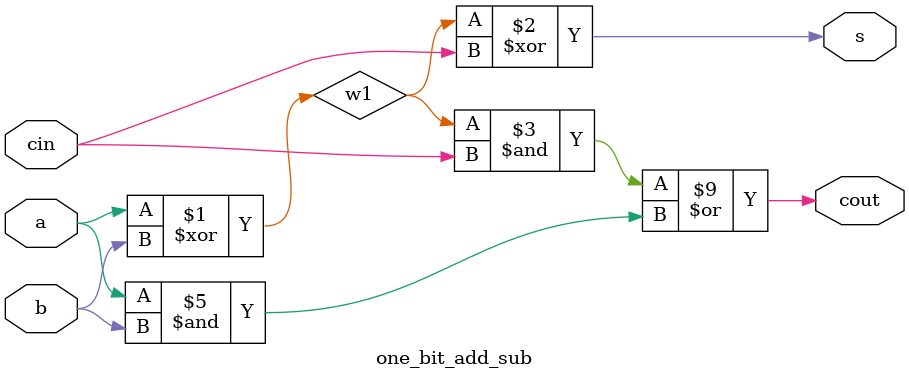
<source format=v>
module one_bit_add_sub(a, b, cin, s, cout);

	input a, b, cin;
	output s, cout;
	
	wire w1, w2, w3;

	xor xor0(w1, a, b);
	xor xor1(s, w1, cin);
	nand nand0(w2, w1, cin);
	nand nand1(w3, a, b);
	or or0(cout, ~w2, ~w3);


endmodule
</source>
